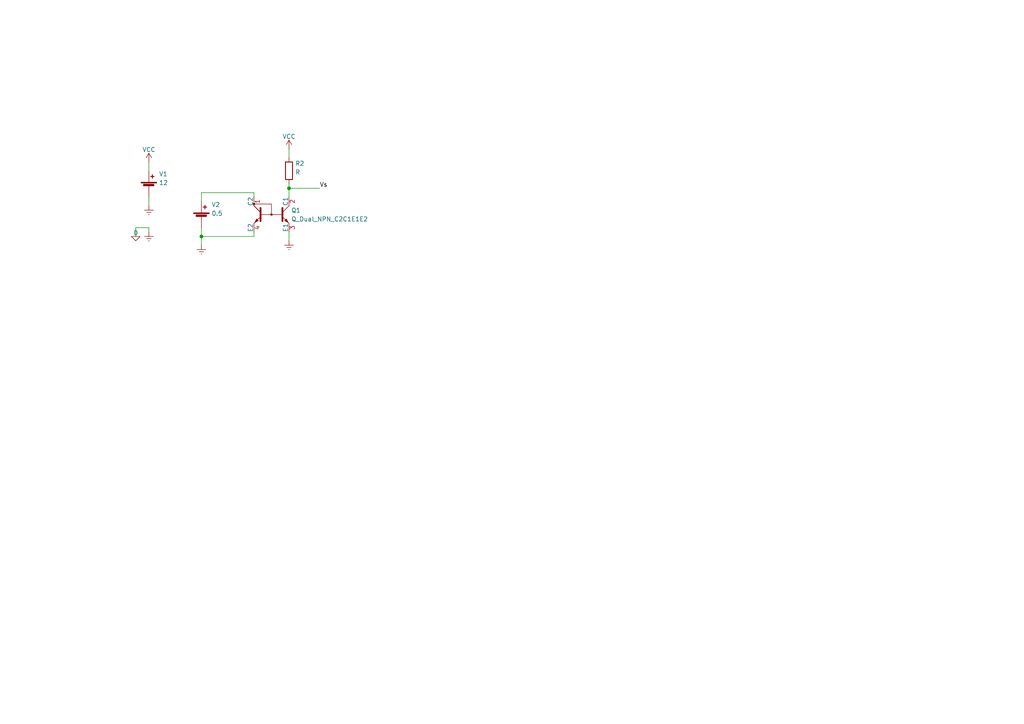
<source format=kicad_sch>
(kicad_sch (version 20211123) (generator eeschema)
  (paper "A4")
  (lib_symbols
    (symbol "Device:Battery_Cell" (pin_numbers hide) (pin_names (offset 0) hide)
      (property "Reference" "BT" (at 2.54 2.54 0))
      (property "Value" "Battery_Cell" (at 2.54 0 0))
      (symbol "Battery_Cell_0_1"
        (rectangle (start -2.286 1.778) (end 2.286 1.524) (fill (type outline)))
        (rectangle (start -1.5748 1.1938) (end 1.4732 0.6858) (fill (type outline)))
        (polyline (pts (xy 0 0.762) (xy 0 0)))
        (polyline (pts (xy 0 1.778) (xy 0 2.54)))
        (polyline (pts (xy 0.508 3.429) (xy 1.524 3.429)) (stroke (width 0.254)))
        (polyline (pts (xy 1.016 3.937) (xy 1.016 2.921)) (stroke (width 0.254)))
      )
      (symbol "Battery_Cell_1_1"
        (pin passive line (at 0 5.08 270) (length 2.54) (name "+") (number "1"))
        (pin passive line (at 0 -2.54 90) (length 2.54) (name "-") (number "2"))
      )
    )
    (symbol "Device:Q_Dual_NPN_C2C1E1E2" (pin_names (offset 0))
      (property "Reference" "Q" (at 7.62 1.27 0))
      (property "Value" "Q_Dual_NPN_C2C1E1E2" (at 7.62 -1.27 0))
      (symbol "Q_Dual_NPN_C2C1E1E2_0_1"
        (circle (center -5.08 3.048) (radius 0.254) (fill (type outline)))
        (polyline (pts (xy -5.08 -2.54) (xy -3.175 -0.635)))
        (polyline (pts (xy -5.08 2.54) (xy -3.175 0.635)))
        (polyline (pts (xy -5.08 2.54) (xy -3.175 0.635)))
        (polyline (pts (xy 3.175 0) (xy -3.175 0)))
        (polyline (pts (xy 5.08 -2.54) (xy 3.175 -0.635)))
        (polyline (pts (xy 5.08 2.54) (xy 3.175 0.635)))
        (polyline (pts (xy -3.175 -1.905) (xy -3.175 1.905) (xy -3.175 1.905)) (stroke (width 0.508)) (fill (type outline)))
        (polyline (pts (xy 0 0) (xy 0 3.048) (xy -5.08 3.048)))
        (polyline (pts (xy 3.175 -1.905) (xy 3.175 1.905) (xy 3.175 1.905)) (stroke (width 0.508)) (fill (type outline)))
        (polyline (pts (xy -3.81 -1.778) (xy -4.318 -1.27) (xy -4.826 -2.286) (xy -3.81 -1.778) (xy -3.81 -1.778)) (fill (type outline)))
        (polyline (pts (xy 3.81 -1.778) (xy 4.318 -1.27) (xy 4.826 -2.286) (xy 3.81 -1.778) (xy 3.81 -1.778)) (fill (type outline)))
        (circle (center 0 0) (radius 0.254) (fill (type outline)))
      )
      (symbol "Q_Dual_NPN_C2C1E1E2_1_1"
        (pin passive line (at -5.08 5.08 270) (length 2.54) (name "C2") (number "1"))
        (pin passive line (at 5.08 5.08 270) (length 2.54) (name "C1") (number "2"))
        (pin passive line (at 5.08 -5.08 90) (length 2.54) (name "E1") (number "3"))
        (pin passive line (at -5.08 -5.08 90) (length 2.54) (name "E2") (number "4"))
      )
    )
    (symbol "Device:R" (pin_numbers hide) (pin_names (offset 0))
      (property "Reference" "R" (at 2.032 0 90))
      (property "Value" "R" (at 0 0 90))
      (symbol "R_0_1"
        (rectangle (start -1.016 -2.54) (end 1.016 2.54) (stroke (width 0.254)))
      )
      (symbol "R_1_1"
        (pin passive line (at 0 3.81 270) (length 1.27) (name "~") (number "1"))
        (pin passive line (at 0 -3.81 90) (length 1.27) (name "~") (number "2"))
      )
    )
    (symbol "power:Earth" (power) (pin_names (offset 0))
      (symbol "Earth_0_1"
        (polyline (pts (xy -0.635 -1.905) (xy 0.635 -1.905)))
        (polyline (pts (xy -0.127 -2.54) (xy 0.127 -2.54)))
        (polyline (pts (xy 0 -1.27) (xy 0 0)))
        (polyline (pts (xy 1.27 -1.27) (xy -1.27 -1.27)))
      )
      (symbol "Earth_1_1"
        (pin power_in line (at 0 0 270) (length 0) hide (name "Earth") (number "1"))
      )
    )
    (symbol "power:VCC" (power) (pin_names (offset 0))
      (property "Value" "VCC" (at 0 3.81 0))
      (symbol "VCC_0_1"
        (polyline (pts (xy -0.762 1.27) (xy 0 2.54)))
        (polyline (pts (xy 0 0) (xy 0 2.54)))
        (polyline (pts (xy 0 2.54) (xy 0.762 1.27)))
      )
      (symbol "VCC_1_1"
        (pin power_in line (at 0 0 90) (length 0) hide (name "VCC") (number "1"))
      )
    )
    (symbol "pspice:0" (power) (pin_names (offset 0))
      (property "Value" "0" (at 0 -1.778 0))
      (symbol "0_0_1"
        (polyline (pts (xy -1.27 0) (xy 0 -1.27) (xy 1.27 0) (xy -1.27 0)))
      )
      (symbol "0_1_1"
        (pin power_in line (at 0 0 0) (length 0) hide (name "0") (number "1"))
      )
    )
  )
  (junction (at 83.82 54.61))
  (junction (at 58.42 68.58))
  (wire (pts (xy 43.18 46.99) (xy 43.18 49.53)))
  (wire (pts (xy 83.82 54.61) (xy 92.71 54.61)))
  (wire (pts (xy 58.42 66.04) (xy 58.42 68.58)))
  (wire (pts (xy 58.42 68.58) (xy 58.42 71.12)))
  (wire (pts (xy 58.42 55.88) (xy 73.66 55.88)))
  (wire (pts (xy 58.42 58.42) (xy 58.42 55.88)))
  (wire (pts (xy 83.82 53.34) (xy 83.82 54.61)))
  (wire (pts (xy 83.82 54.61) (xy 83.82 57.15)))
  (wire (pts (xy 83.82 67.31) (xy 83.82 69.85)))
  (wire (pts (xy 73.66 68.58) (xy 73.66 67.31)))
  (wire (pts (xy 73.66 55.88) (xy 73.66 57.15)))
  (wire (pts (xy 58.42 68.58) (xy 73.66 68.58)))
  (wire (pts (xy 39.37 68.58) (xy 39.37 66.04)))
  (wire (pts (xy 43.18 57.15) (xy 43.18 59.69)))
  (wire (pts (xy 43.18 66.04) (xy 43.18 67.31)))
  (wire (pts (xy 83.82 43.18) (xy 83.82 45.72)))
  (wire (pts (xy 39.37 66.04) (xy 43.18 66.04)))
  (label "Vs" (at 92.71 54.61 0))
  (symbol (lib_id "Device:Battery_Cell") (at 43.18 54.61 0) (unit 1)
    (property "Reference" "V1" (at 46.101 50.4749 0) (effects (justify left)))
    (property "Value" "Battery_Cell" (at 46.101 53.0118 0) (effects (justify left)))
    (property "Spice_Primitive" "V" (effects hide))
    (property "Spice_Model" "dc 12" (at 46.101 55.5487 0) (effects (justify left)))
    (property "Spice_Netlist_Enabled" "Y" (effects hide))
  )
  (symbol (lib_id "power:Earth") (at 43.18 67.31 0) (unit 1)
    (property "Reference" "#PWR03" (effects hide))
    (property "Value" "Earth" (effects hide))
  )
  (symbol (lib_id "power:Earth") (at 83.82 69.85 0) (unit 1)
    (property "Reference" "#PWR05" (effects hide))
    (property "Value" "Earth" (effects hide))
  )
  (symbol (lib_id "Device:R") (at 83.82 49.53 180) (unit 1)
    (property "Reference" "R2" (at 85.598 47.4269 0) (effects (justify right)))
    (property "Value" "R" (at 85.598 49.9638 0) (effects (justify right)))
    (property "Spice_Primitive" "R" (effects hide))
    (property "Spice_Model" "10k" (at 85.598 52.5007 0) (effects (justify right)))
    (property "Spice_Netlist_Enabled" "Y" (effects hide))
  )
  (symbol (lib_id "Device:Battery_Cell") (at 58.42 63.5 0) (unit 1)
    (property "Reference" "V2" (at 61.341 59.3649 0) (effects (justify left)))
    (property "Value" "Battery_Cell" (at 61.341 61.9018 0) (effects (justify left)))
    (property "Spice_Primitive" "V" (effects hide))
    (property "Spice_Model" "dc 0.5" (at 61.341 64.4387 0) (effects (justify left)))
    (property "Spice_Netlist_Enabled" "Y" (effects hide))
  )
  (symbol (lib_id "power:VCC") (at 83.82 43.18 0) (unit 1)
    (property "Reference" "#PWR04" (effects hide))
    (property "Value" "VCC" (at 83.82 39.6042 0))
  )
  (symbol (lib_id "power:Earth") (at 58.42 71.12 0) (unit 1)
    (property "Reference" "#PWR?" (effects hide))
    (property "Value" "Earth" (effects hide))
  )
  (symbol (lib_id "Device:Q_Dual_NPN_C2C1E1E2") (at 78.74 62.23 0) (unit 1)
    (property "Reference" "Q1" (at 84.455 61.0143 0) (effects (justify left)))
    (property "Value" "Q_Dual_NPN_C2C1E1E2" (at 84.455 63.5512 0) (effects (justify left)))
    (property "Spice_Primitive" "X" (effects hide))
    (property "Spice_Model" "VC_RES1_10K" (effects hide))
    (property "Spice_Netlist_Enabled" "Y" (effects hide))
    (property "Spice_Lib_File" "vres.lib" (effects hide))
    (property "Spice_Node_Sequence" "3 2 1 4" (effects hide))
  )
  (symbol (lib_id "pspice:0") (at 39.37 68.58 0) (unit 1)
    (property "Reference" "#GND01" (effects hide))
    (property "Value" "0" (at 39.37 67.5442 0))
  )
  (symbol (lib_id "power:Earth") (at 43.18 59.69 0) (unit 1)
    (property "Reference" "#PWR02" (effects hide))
    (property "Value" "Earth" (effects hide))
  )
  (symbol (lib_id "power:VCC") (at 43.18 46.99 0) (unit 1)
    (property "Reference" "#PWR01" (effects hide))
    (property "Value" "VCC" (at 43.18 43.4142 0))
  )
)
</source>
